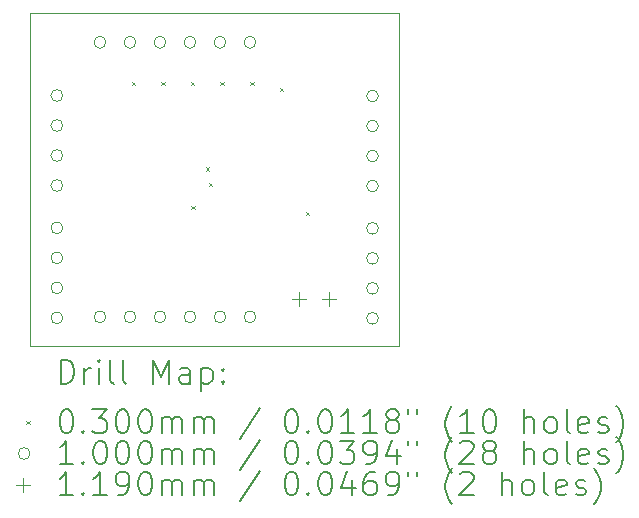
<source format=gbr>
%TF.GenerationSoftware,KiCad,Pcbnew,8.0.3-8.0.3-0~ubuntu22.04.1*%
%TF.CreationDate,2024-06-23T17:20:52+09:00*%
%TF.ProjectId,PCA9685_ver1,50434139-3638-4355-9f76-6572312e6b69,rev?*%
%TF.SameCoordinates,Original*%
%TF.FileFunction,Drillmap*%
%TF.FilePolarity,Positive*%
%FSLAX45Y45*%
G04 Gerber Fmt 4.5, Leading zero omitted, Abs format (unit mm)*
G04 Created by KiCad (PCBNEW 8.0.3-8.0.3-0~ubuntu22.04.1) date 2024-06-23 17:20:52*
%MOMM*%
%LPD*%
G01*
G04 APERTURE LIST*
%ADD10C,0.050000*%
%ADD11C,0.200000*%
%ADD12C,0.100000*%
%ADD13C,0.119000*%
G04 APERTURE END LIST*
D10*
X7580000Y-7958750D02*
X10705000Y-7958750D01*
X10705000Y-10783750D01*
X7580000Y-10783750D01*
X7580000Y-7958750D01*
D11*
D12*
X8440000Y-8543750D02*
X8470000Y-8573750D01*
X8470000Y-8543750D02*
X8440000Y-8573750D01*
X8690000Y-8543750D02*
X8720000Y-8573750D01*
X8720000Y-8543750D02*
X8690000Y-8573750D01*
X8940000Y-8543750D02*
X8970000Y-8573750D01*
X8970000Y-8543750D02*
X8940000Y-8573750D01*
X8941000Y-9593750D02*
X8971000Y-9623750D01*
X8971000Y-9593750D02*
X8941000Y-9623750D01*
X9065000Y-9268750D02*
X9095000Y-9298750D01*
X9095000Y-9268750D02*
X9065000Y-9298750D01*
X9090000Y-9396250D02*
X9120000Y-9426250D01*
X9120000Y-9396250D02*
X9090000Y-9426250D01*
X9190000Y-8543750D02*
X9220000Y-8573750D01*
X9220000Y-8543750D02*
X9190000Y-8573750D01*
X9440000Y-8543750D02*
X9470000Y-8573750D01*
X9470000Y-8543750D02*
X9440000Y-8573750D01*
X9690000Y-8593750D02*
X9720000Y-8623750D01*
X9720000Y-8593750D02*
X9690000Y-8623750D01*
X9912500Y-9643750D02*
X9942500Y-9673750D01*
X9942500Y-9643750D02*
X9912500Y-9673750D01*
X7855000Y-8659750D02*
G75*
G02*
X7755000Y-8659750I-50000J0D01*
G01*
X7755000Y-8659750D02*
G75*
G02*
X7855000Y-8659750I50000J0D01*
G01*
X7855000Y-8913750D02*
G75*
G02*
X7755000Y-8913750I-50000J0D01*
G01*
X7755000Y-8913750D02*
G75*
G02*
X7855000Y-8913750I50000J0D01*
G01*
X7855000Y-9167750D02*
G75*
G02*
X7755000Y-9167750I-50000J0D01*
G01*
X7755000Y-9167750D02*
G75*
G02*
X7855000Y-9167750I50000J0D01*
G01*
X7855000Y-9421750D02*
G75*
G02*
X7755000Y-9421750I-50000J0D01*
G01*
X7755000Y-9421750D02*
G75*
G02*
X7855000Y-9421750I50000J0D01*
G01*
X7855000Y-9779750D02*
G75*
G02*
X7755000Y-9779750I-50000J0D01*
G01*
X7755000Y-9779750D02*
G75*
G02*
X7855000Y-9779750I50000J0D01*
G01*
X7855000Y-10033750D02*
G75*
G02*
X7755000Y-10033750I-50000J0D01*
G01*
X7755000Y-10033750D02*
G75*
G02*
X7855000Y-10033750I50000J0D01*
G01*
X7855000Y-10287750D02*
G75*
G02*
X7755000Y-10287750I-50000J0D01*
G01*
X7755000Y-10287750D02*
G75*
G02*
X7855000Y-10287750I50000J0D01*
G01*
X7855000Y-10541750D02*
G75*
G02*
X7755000Y-10541750I-50000J0D01*
G01*
X7755000Y-10541750D02*
G75*
G02*
X7855000Y-10541750I50000J0D01*
G01*
X8220000Y-8208750D02*
G75*
G02*
X8120000Y-8208750I-50000J0D01*
G01*
X8120000Y-8208750D02*
G75*
G02*
X8220000Y-8208750I50000J0D01*
G01*
X8220000Y-10533750D02*
G75*
G02*
X8120000Y-10533750I-50000J0D01*
G01*
X8120000Y-10533750D02*
G75*
G02*
X8220000Y-10533750I50000J0D01*
G01*
X8474000Y-8208750D02*
G75*
G02*
X8374000Y-8208750I-50000J0D01*
G01*
X8374000Y-8208750D02*
G75*
G02*
X8474000Y-8208750I50000J0D01*
G01*
X8474000Y-10533750D02*
G75*
G02*
X8374000Y-10533750I-50000J0D01*
G01*
X8374000Y-10533750D02*
G75*
G02*
X8474000Y-10533750I50000J0D01*
G01*
X8728000Y-8208750D02*
G75*
G02*
X8628000Y-8208750I-50000J0D01*
G01*
X8628000Y-8208750D02*
G75*
G02*
X8728000Y-8208750I50000J0D01*
G01*
X8728000Y-10533750D02*
G75*
G02*
X8628000Y-10533750I-50000J0D01*
G01*
X8628000Y-10533750D02*
G75*
G02*
X8728000Y-10533750I50000J0D01*
G01*
X8982000Y-8208750D02*
G75*
G02*
X8882000Y-8208750I-50000J0D01*
G01*
X8882000Y-8208750D02*
G75*
G02*
X8982000Y-8208750I50000J0D01*
G01*
X8982000Y-10533750D02*
G75*
G02*
X8882000Y-10533750I-50000J0D01*
G01*
X8882000Y-10533750D02*
G75*
G02*
X8982000Y-10533750I50000J0D01*
G01*
X9236000Y-8208750D02*
G75*
G02*
X9136000Y-8208750I-50000J0D01*
G01*
X9136000Y-8208750D02*
G75*
G02*
X9236000Y-8208750I50000J0D01*
G01*
X9236000Y-10533750D02*
G75*
G02*
X9136000Y-10533750I-50000J0D01*
G01*
X9136000Y-10533750D02*
G75*
G02*
X9236000Y-10533750I50000J0D01*
G01*
X9490000Y-8208750D02*
G75*
G02*
X9390000Y-8208750I-50000J0D01*
G01*
X9390000Y-8208750D02*
G75*
G02*
X9490000Y-8208750I50000J0D01*
G01*
X9490000Y-10533750D02*
G75*
G02*
X9390000Y-10533750I-50000J0D01*
G01*
X9390000Y-10533750D02*
G75*
G02*
X9490000Y-10533750I50000J0D01*
G01*
X10527500Y-8663750D02*
G75*
G02*
X10427500Y-8663750I-50000J0D01*
G01*
X10427500Y-8663750D02*
G75*
G02*
X10527500Y-8663750I50000J0D01*
G01*
X10527500Y-8917750D02*
G75*
G02*
X10427500Y-8917750I-50000J0D01*
G01*
X10427500Y-8917750D02*
G75*
G02*
X10527500Y-8917750I50000J0D01*
G01*
X10527500Y-9171750D02*
G75*
G02*
X10427500Y-9171750I-50000J0D01*
G01*
X10427500Y-9171750D02*
G75*
G02*
X10527500Y-9171750I50000J0D01*
G01*
X10527500Y-9425750D02*
G75*
G02*
X10427500Y-9425750I-50000J0D01*
G01*
X10427500Y-9425750D02*
G75*
G02*
X10527500Y-9425750I50000J0D01*
G01*
X10527500Y-9783750D02*
G75*
G02*
X10427500Y-9783750I-50000J0D01*
G01*
X10427500Y-9783750D02*
G75*
G02*
X10527500Y-9783750I50000J0D01*
G01*
X10527500Y-10037750D02*
G75*
G02*
X10427500Y-10037750I-50000J0D01*
G01*
X10427500Y-10037750D02*
G75*
G02*
X10527500Y-10037750I50000J0D01*
G01*
X10527500Y-10291750D02*
G75*
G02*
X10427500Y-10291750I-50000J0D01*
G01*
X10427500Y-10291750D02*
G75*
G02*
X10527500Y-10291750I50000J0D01*
G01*
X10527500Y-10545750D02*
G75*
G02*
X10427500Y-10545750I-50000J0D01*
G01*
X10427500Y-10545750D02*
G75*
G02*
X10527500Y-10545750I50000J0D01*
G01*
D13*
X9855000Y-10324250D02*
X9855000Y-10443250D01*
X9795500Y-10383750D02*
X9914500Y-10383750D01*
X10109000Y-10324250D02*
X10109000Y-10443250D01*
X10049500Y-10383750D02*
X10168500Y-10383750D01*
D11*
X7838277Y-11097734D02*
X7838277Y-10897734D01*
X7838277Y-10897734D02*
X7885896Y-10897734D01*
X7885896Y-10897734D02*
X7914467Y-10907258D01*
X7914467Y-10907258D02*
X7933515Y-10926305D01*
X7933515Y-10926305D02*
X7943039Y-10945353D01*
X7943039Y-10945353D02*
X7952562Y-10983448D01*
X7952562Y-10983448D02*
X7952562Y-11012020D01*
X7952562Y-11012020D02*
X7943039Y-11050115D01*
X7943039Y-11050115D02*
X7933515Y-11069162D01*
X7933515Y-11069162D02*
X7914467Y-11088210D01*
X7914467Y-11088210D02*
X7885896Y-11097734D01*
X7885896Y-11097734D02*
X7838277Y-11097734D01*
X8038277Y-11097734D02*
X8038277Y-10964400D01*
X8038277Y-11002496D02*
X8047801Y-10983448D01*
X8047801Y-10983448D02*
X8057324Y-10973924D01*
X8057324Y-10973924D02*
X8076372Y-10964400D01*
X8076372Y-10964400D02*
X8095420Y-10964400D01*
X8162086Y-11097734D02*
X8162086Y-10964400D01*
X8162086Y-10897734D02*
X8152562Y-10907258D01*
X8152562Y-10907258D02*
X8162086Y-10916781D01*
X8162086Y-10916781D02*
X8171610Y-10907258D01*
X8171610Y-10907258D02*
X8162086Y-10897734D01*
X8162086Y-10897734D02*
X8162086Y-10916781D01*
X8285896Y-11097734D02*
X8266848Y-11088210D01*
X8266848Y-11088210D02*
X8257324Y-11069162D01*
X8257324Y-11069162D02*
X8257324Y-10897734D01*
X8390658Y-11097734D02*
X8371610Y-11088210D01*
X8371610Y-11088210D02*
X8362086Y-11069162D01*
X8362086Y-11069162D02*
X8362086Y-10897734D01*
X8619229Y-11097734D02*
X8619229Y-10897734D01*
X8619229Y-10897734D02*
X8685896Y-11040591D01*
X8685896Y-11040591D02*
X8752563Y-10897734D01*
X8752563Y-10897734D02*
X8752563Y-11097734D01*
X8933515Y-11097734D02*
X8933515Y-10992972D01*
X8933515Y-10992972D02*
X8923991Y-10973924D01*
X8923991Y-10973924D02*
X8904944Y-10964400D01*
X8904944Y-10964400D02*
X8866848Y-10964400D01*
X8866848Y-10964400D02*
X8847801Y-10973924D01*
X8933515Y-11088210D02*
X8914467Y-11097734D01*
X8914467Y-11097734D02*
X8866848Y-11097734D01*
X8866848Y-11097734D02*
X8847801Y-11088210D01*
X8847801Y-11088210D02*
X8838277Y-11069162D01*
X8838277Y-11069162D02*
X8838277Y-11050115D01*
X8838277Y-11050115D02*
X8847801Y-11031067D01*
X8847801Y-11031067D02*
X8866848Y-11021543D01*
X8866848Y-11021543D02*
X8914467Y-11021543D01*
X8914467Y-11021543D02*
X8933515Y-11012020D01*
X9028753Y-10964400D02*
X9028753Y-11164400D01*
X9028753Y-10973924D02*
X9047801Y-10964400D01*
X9047801Y-10964400D02*
X9085896Y-10964400D01*
X9085896Y-10964400D02*
X9104944Y-10973924D01*
X9104944Y-10973924D02*
X9114467Y-10983448D01*
X9114467Y-10983448D02*
X9123991Y-11002496D01*
X9123991Y-11002496D02*
X9123991Y-11059639D01*
X9123991Y-11059639D02*
X9114467Y-11078686D01*
X9114467Y-11078686D02*
X9104944Y-11088210D01*
X9104944Y-11088210D02*
X9085896Y-11097734D01*
X9085896Y-11097734D02*
X9047801Y-11097734D01*
X9047801Y-11097734D02*
X9028753Y-11088210D01*
X9209705Y-11078686D02*
X9219229Y-11088210D01*
X9219229Y-11088210D02*
X9209705Y-11097734D01*
X9209705Y-11097734D02*
X9200182Y-11088210D01*
X9200182Y-11088210D02*
X9209705Y-11078686D01*
X9209705Y-11078686D02*
X9209705Y-11097734D01*
X9209705Y-10973924D02*
X9219229Y-10983448D01*
X9219229Y-10983448D02*
X9209705Y-10992972D01*
X9209705Y-10992972D02*
X9200182Y-10983448D01*
X9200182Y-10983448D02*
X9209705Y-10973924D01*
X9209705Y-10973924D02*
X9209705Y-10992972D01*
D12*
X7547500Y-11411250D02*
X7577500Y-11441250D01*
X7577500Y-11411250D02*
X7547500Y-11441250D01*
D11*
X7876372Y-11317734D02*
X7895420Y-11317734D01*
X7895420Y-11317734D02*
X7914467Y-11327258D01*
X7914467Y-11327258D02*
X7923991Y-11336781D01*
X7923991Y-11336781D02*
X7933515Y-11355829D01*
X7933515Y-11355829D02*
X7943039Y-11393924D01*
X7943039Y-11393924D02*
X7943039Y-11441543D01*
X7943039Y-11441543D02*
X7933515Y-11479638D01*
X7933515Y-11479638D02*
X7923991Y-11498686D01*
X7923991Y-11498686D02*
X7914467Y-11508210D01*
X7914467Y-11508210D02*
X7895420Y-11517734D01*
X7895420Y-11517734D02*
X7876372Y-11517734D01*
X7876372Y-11517734D02*
X7857324Y-11508210D01*
X7857324Y-11508210D02*
X7847801Y-11498686D01*
X7847801Y-11498686D02*
X7838277Y-11479638D01*
X7838277Y-11479638D02*
X7828753Y-11441543D01*
X7828753Y-11441543D02*
X7828753Y-11393924D01*
X7828753Y-11393924D02*
X7838277Y-11355829D01*
X7838277Y-11355829D02*
X7847801Y-11336781D01*
X7847801Y-11336781D02*
X7857324Y-11327258D01*
X7857324Y-11327258D02*
X7876372Y-11317734D01*
X8028753Y-11498686D02*
X8038277Y-11508210D01*
X8038277Y-11508210D02*
X8028753Y-11517734D01*
X8028753Y-11517734D02*
X8019229Y-11508210D01*
X8019229Y-11508210D02*
X8028753Y-11498686D01*
X8028753Y-11498686D02*
X8028753Y-11517734D01*
X8104943Y-11317734D02*
X8228753Y-11317734D01*
X8228753Y-11317734D02*
X8162086Y-11393924D01*
X8162086Y-11393924D02*
X8190658Y-11393924D01*
X8190658Y-11393924D02*
X8209705Y-11403448D01*
X8209705Y-11403448D02*
X8219229Y-11412972D01*
X8219229Y-11412972D02*
X8228753Y-11432019D01*
X8228753Y-11432019D02*
X8228753Y-11479638D01*
X8228753Y-11479638D02*
X8219229Y-11498686D01*
X8219229Y-11498686D02*
X8209705Y-11508210D01*
X8209705Y-11508210D02*
X8190658Y-11517734D01*
X8190658Y-11517734D02*
X8133515Y-11517734D01*
X8133515Y-11517734D02*
X8114467Y-11508210D01*
X8114467Y-11508210D02*
X8104943Y-11498686D01*
X8352562Y-11317734D02*
X8371610Y-11317734D01*
X8371610Y-11317734D02*
X8390658Y-11327258D01*
X8390658Y-11327258D02*
X8400182Y-11336781D01*
X8400182Y-11336781D02*
X8409705Y-11355829D01*
X8409705Y-11355829D02*
X8419229Y-11393924D01*
X8419229Y-11393924D02*
X8419229Y-11441543D01*
X8419229Y-11441543D02*
X8409705Y-11479638D01*
X8409705Y-11479638D02*
X8400182Y-11498686D01*
X8400182Y-11498686D02*
X8390658Y-11508210D01*
X8390658Y-11508210D02*
X8371610Y-11517734D01*
X8371610Y-11517734D02*
X8352562Y-11517734D01*
X8352562Y-11517734D02*
X8333515Y-11508210D01*
X8333515Y-11508210D02*
X8323991Y-11498686D01*
X8323991Y-11498686D02*
X8314467Y-11479638D01*
X8314467Y-11479638D02*
X8304943Y-11441543D01*
X8304943Y-11441543D02*
X8304943Y-11393924D01*
X8304943Y-11393924D02*
X8314467Y-11355829D01*
X8314467Y-11355829D02*
X8323991Y-11336781D01*
X8323991Y-11336781D02*
X8333515Y-11327258D01*
X8333515Y-11327258D02*
X8352562Y-11317734D01*
X8543039Y-11317734D02*
X8562086Y-11317734D01*
X8562086Y-11317734D02*
X8581134Y-11327258D01*
X8581134Y-11327258D02*
X8590658Y-11336781D01*
X8590658Y-11336781D02*
X8600182Y-11355829D01*
X8600182Y-11355829D02*
X8609705Y-11393924D01*
X8609705Y-11393924D02*
X8609705Y-11441543D01*
X8609705Y-11441543D02*
X8600182Y-11479638D01*
X8600182Y-11479638D02*
X8590658Y-11498686D01*
X8590658Y-11498686D02*
X8581134Y-11508210D01*
X8581134Y-11508210D02*
X8562086Y-11517734D01*
X8562086Y-11517734D02*
X8543039Y-11517734D01*
X8543039Y-11517734D02*
X8523991Y-11508210D01*
X8523991Y-11508210D02*
X8514467Y-11498686D01*
X8514467Y-11498686D02*
X8504944Y-11479638D01*
X8504944Y-11479638D02*
X8495420Y-11441543D01*
X8495420Y-11441543D02*
X8495420Y-11393924D01*
X8495420Y-11393924D02*
X8504944Y-11355829D01*
X8504944Y-11355829D02*
X8514467Y-11336781D01*
X8514467Y-11336781D02*
X8523991Y-11327258D01*
X8523991Y-11327258D02*
X8543039Y-11317734D01*
X8695420Y-11517734D02*
X8695420Y-11384400D01*
X8695420Y-11403448D02*
X8704944Y-11393924D01*
X8704944Y-11393924D02*
X8723991Y-11384400D01*
X8723991Y-11384400D02*
X8752563Y-11384400D01*
X8752563Y-11384400D02*
X8771610Y-11393924D01*
X8771610Y-11393924D02*
X8781134Y-11412972D01*
X8781134Y-11412972D02*
X8781134Y-11517734D01*
X8781134Y-11412972D02*
X8790658Y-11393924D01*
X8790658Y-11393924D02*
X8809705Y-11384400D01*
X8809705Y-11384400D02*
X8838277Y-11384400D01*
X8838277Y-11384400D02*
X8857325Y-11393924D01*
X8857325Y-11393924D02*
X8866848Y-11412972D01*
X8866848Y-11412972D02*
X8866848Y-11517734D01*
X8962086Y-11517734D02*
X8962086Y-11384400D01*
X8962086Y-11403448D02*
X8971610Y-11393924D01*
X8971610Y-11393924D02*
X8990658Y-11384400D01*
X8990658Y-11384400D02*
X9019229Y-11384400D01*
X9019229Y-11384400D02*
X9038277Y-11393924D01*
X9038277Y-11393924D02*
X9047801Y-11412972D01*
X9047801Y-11412972D02*
X9047801Y-11517734D01*
X9047801Y-11412972D02*
X9057325Y-11393924D01*
X9057325Y-11393924D02*
X9076372Y-11384400D01*
X9076372Y-11384400D02*
X9104944Y-11384400D01*
X9104944Y-11384400D02*
X9123991Y-11393924D01*
X9123991Y-11393924D02*
X9133515Y-11412972D01*
X9133515Y-11412972D02*
X9133515Y-11517734D01*
X9523991Y-11308210D02*
X9352563Y-11565353D01*
X9781134Y-11317734D02*
X9800182Y-11317734D01*
X9800182Y-11317734D02*
X9819229Y-11327258D01*
X9819229Y-11327258D02*
X9828753Y-11336781D01*
X9828753Y-11336781D02*
X9838277Y-11355829D01*
X9838277Y-11355829D02*
X9847801Y-11393924D01*
X9847801Y-11393924D02*
X9847801Y-11441543D01*
X9847801Y-11441543D02*
X9838277Y-11479638D01*
X9838277Y-11479638D02*
X9828753Y-11498686D01*
X9828753Y-11498686D02*
X9819229Y-11508210D01*
X9819229Y-11508210D02*
X9800182Y-11517734D01*
X9800182Y-11517734D02*
X9781134Y-11517734D01*
X9781134Y-11517734D02*
X9762087Y-11508210D01*
X9762087Y-11508210D02*
X9752563Y-11498686D01*
X9752563Y-11498686D02*
X9743039Y-11479638D01*
X9743039Y-11479638D02*
X9733515Y-11441543D01*
X9733515Y-11441543D02*
X9733515Y-11393924D01*
X9733515Y-11393924D02*
X9743039Y-11355829D01*
X9743039Y-11355829D02*
X9752563Y-11336781D01*
X9752563Y-11336781D02*
X9762087Y-11327258D01*
X9762087Y-11327258D02*
X9781134Y-11317734D01*
X9933515Y-11498686D02*
X9943039Y-11508210D01*
X9943039Y-11508210D02*
X9933515Y-11517734D01*
X9933515Y-11517734D02*
X9923991Y-11508210D01*
X9923991Y-11508210D02*
X9933515Y-11498686D01*
X9933515Y-11498686D02*
X9933515Y-11517734D01*
X10066848Y-11317734D02*
X10085896Y-11317734D01*
X10085896Y-11317734D02*
X10104944Y-11327258D01*
X10104944Y-11327258D02*
X10114468Y-11336781D01*
X10114468Y-11336781D02*
X10123991Y-11355829D01*
X10123991Y-11355829D02*
X10133515Y-11393924D01*
X10133515Y-11393924D02*
X10133515Y-11441543D01*
X10133515Y-11441543D02*
X10123991Y-11479638D01*
X10123991Y-11479638D02*
X10114468Y-11498686D01*
X10114468Y-11498686D02*
X10104944Y-11508210D01*
X10104944Y-11508210D02*
X10085896Y-11517734D01*
X10085896Y-11517734D02*
X10066848Y-11517734D01*
X10066848Y-11517734D02*
X10047801Y-11508210D01*
X10047801Y-11508210D02*
X10038277Y-11498686D01*
X10038277Y-11498686D02*
X10028753Y-11479638D01*
X10028753Y-11479638D02*
X10019229Y-11441543D01*
X10019229Y-11441543D02*
X10019229Y-11393924D01*
X10019229Y-11393924D02*
X10028753Y-11355829D01*
X10028753Y-11355829D02*
X10038277Y-11336781D01*
X10038277Y-11336781D02*
X10047801Y-11327258D01*
X10047801Y-11327258D02*
X10066848Y-11317734D01*
X10323991Y-11517734D02*
X10209706Y-11517734D01*
X10266848Y-11517734D02*
X10266848Y-11317734D01*
X10266848Y-11317734D02*
X10247801Y-11346305D01*
X10247801Y-11346305D02*
X10228753Y-11365353D01*
X10228753Y-11365353D02*
X10209706Y-11374877D01*
X10514468Y-11517734D02*
X10400182Y-11517734D01*
X10457325Y-11517734D02*
X10457325Y-11317734D01*
X10457325Y-11317734D02*
X10438277Y-11346305D01*
X10438277Y-11346305D02*
X10419229Y-11365353D01*
X10419229Y-11365353D02*
X10400182Y-11374877D01*
X10628753Y-11403448D02*
X10609706Y-11393924D01*
X10609706Y-11393924D02*
X10600182Y-11384400D01*
X10600182Y-11384400D02*
X10590658Y-11365353D01*
X10590658Y-11365353D02*
X10590658Y-11355829D01*
X10590658Y-11355829D02*
X10600182Y-11336781D01*
X10600182Y-11336781D02*
X10609706Y-11327258D01*
X10609706Y-11327258D02*
X10628753Y-11317734D01*
X10628753Y-11317734D02*
X10666849Y-11317734D01*
X10666849Y-11317734D02*
X10685896Y-11327258D01*
X10685896Y-11327258D02*
X10695420Y-11336781D01*
X10695420Y-11336781D02*
X10704944Y-11355829D01*
X10704944Y-11355829D02*
X10704944Y-11365353D01*
X10704944Y-11365353D02*
X10695420Y-11384400D01*
X10695420Y-11384400D02*
X10685896Y-11393924D01*
X10685896Y-11393924D02*
X10666849Y-11403448D01*
X10666849Y-11403448D02*
X10628753Y-11403448D01*
X10628753Y-11403448D02*
X10609706Y-11412972D01*
X10609706Y-11412972D02*
X10600182Y-11422496D01*
X10600182Y-11422496D02*
X10590658Y-11441543D01*
X10590658Y-11441543D02*
X10590658Y-11479638D01*
X10590658Y-11479638D02*
X10600182Y-11498686D01*
X10600182Y-11498686D02*
X10609706Y-11508210D01*
X10609706Y-11508210D02*
X10628753Y-11517734D01*
X10628753Y-11517734D02*
X10666849Y-11517734D01*
X10666849Y-11517734D02*
X10685896Y-11508210D01*
X10685896Y-11508210D02*
X10695420Y-11498686D01*
X10695420Y-11498686D02*
X10704944Y-11479638D01*
X10704944Y-11479638D02*
X10704944Y-11441543D01*
X10704944Y-11441543D02*
X10695420Y-11422496D01*
X10695420Y-11422496D02*
X10685896Y-11412972D01*
X10685896Y-11412972D02*
X10666849Y-11403448D01*
X10781134Y-11317734D02*
X10781134Y-11355829D01*
X10857325Y-11317734D02*
X10857325Y-11355829D01*
X11152563Y-11593924D02*
X11143039Y-11584400D01*
X11143039Y-11584400D02*
X11123991Y-11555829D01*
X11123991Y-11555829D02*
X11114468Y-11536781D01*
X11114468Y-11536781D02*
X11104944Y-11508210D01*
X11104944Y-11508210D02*
X11095420Y-11460591D01*
X11095420Y-11460591D02*
X11095420Y-11422496D01*
X11095420Y-11422496D02*
X11104944Y-11374877D01*
X11104944Y-11374877D02*
X11114468Y-11346305D01*
X11114468Y-11346305D02*
X11123991Y-11327258D01*
X11123991Y-11327258D02*
X11143039Y-11298686D01*
X11143039Y-11298686D02*
X11152563Y-11289162D01*
X11333515Y-11517734D02*
X11219229Y-11517734D01*
X11276372Y-11517734D02*
X11276372Y-11317734D01*
X11276372Y-11317734D02*
X11257325Y-11346305D01*
X11257325Y-11346305D02*
X11238277Y-11365353D01*
X11238277Y-11365353D02*
X11219229Y-11374877D01*
X11457325Y-11317734D02*
X11476372Y-11317734D01*
X11476372Y-11317734D02*
X11495420Y-11327258D01*
X11495420Y-11327258D02*
X11504944Y-11336781D01*
X11504944Y-11336781D02*
X11514468Y-11355829D01*
X11514468Y-11355829D02*
X11523991Y-11393924D01*
X11523991Y-11393924D02*
X11523991Y-11441543D01*
X11523991Y-11441543D02*
X11514468Y-11479638D01*
X11514468Y-11479638D02*
X11504944Y-11498686D01*
X11504944Y-11498686D02*
X11495420Y-11508210D01*
X11495420Y-11508210D02*
X11476372Y-11517734D01*
X11476372Y-11517734D02*
X11457325Y-11517734D01*
X11457325Y-11517734D02*
X11438277Y-11508210D01*
X11438277Y-11508210D02*
X11428753Y-11498686D01*
X11428753Y-11498686D02*
X11419229Y-11479638D01*
X11419229Y-11479638D02*
X11409706Y-11441543D01*
X11409706Y-11441543D02*
X11409706Y-11393924D01*
X11409706Y-11393924D02*
X11419229Y-11355829D01*
X11419229Y-11355829D02*
X11428753Y-11336781D01*
X11428753Y-11336781D02*
X11438277Y-11327258D01*
X11438277Y-11327258D02*
X11457325Y-11317734D01*
X11762087Y-11517734D02*
X11762087Y-11317734D01*
X11847801Y-11517734D02*
X11847801Y-11412972D01*
X11847801Y-11412972D02*
X11838277Y-11393924D01*
X11838277Y-11393924D02*
X11819230Y-11384400D01*
X11819230Y-11384400D02*
X11790658Y-11384400D01*
X11790658Y-11384400D02*
X11771610Y-11393924D01*
X11771610Y-11393924D02*
X11762087Y-11403448D01*
X11971610Y-11517734D02*
X11952563Y-11508210D01*
X11952563Y-11508210D02*
X11943039Y-11498686D01*
X11943039Y-11498686D02*
X11933515Y-11479638D01*
X11933515Y-11479638D02*
X11933515Y-11422496D01*
X11933515Y-11422496D02*
X11943039Y-11403448D01*
X11943039Y-11403448D02*
X11952563Y-11393924D01*
X11952563Y-11393924D02*
X11971610Y-11384400D01*
X11971610Y-11384400D02*
X12000182Y-11384400D01*
X12000182Y-11384400D02*
X12019230Y-11393924D01*
X12019230Y-11393924D02*
X12028753Y-11403448D01*
X12028753Y-11403448D02*
X12038277Y-11422496D01*
X12038277Y-11422496D02*
X12038277Y-11479638D01*
X12038277Y-11479638D02*
X12028753Y-11498686D01*
X12028753Y-11498686D02*
X12019230Y-11508210D01*
X12019230Y-11508210D02*
X12000182Y-11517734D01*
X12000182Y-11517734D02*
X11971610Y-11517734D01*
X12152563Y-11517734D02*
X12133515Y-11508210D01*
X12133515Y-11508210D02*
X12123991Y-11489162D01*
X12123991Y-11489162D02*
X12123991Y-11317734D01*
X12304944Y-11508210D02*
X12285896Y-11517734D01*
X12285896Y-11517734D02*
X12247801Y-11517734D01*
X12247801Y-11517734D02*
X12228753Y-11508210D01*
X12228753Y-11508210D02*
X12219230Y-11489162D01*
X12219230Y-11489162D02*
X12219230Y-11412972D01*
X12219230Y-11412972D02*
X12228753Y-11393924D01*
X12228753Y-11393924D02*
X12247801Y-11384400D01*
X12247801Y-11384400D02*
X12285896Y-11384400D01*
X12285896Y-11384400D02*
X12304944Y-11393924D01*
X12304944Y-11393924D02*
X12314468Y-11412972D01*
X12314468Y-11412972D02*
X12314468Y-11432019D01*
X12314468Y-11432019D02*
X12219230Y-11451067D01*
X12390658Y-11508210D02*
X12409706Y-11517734D01*
X12409706Y-11517734D02*
X12447801Y-11517734D01*
X12447801Y-11517734D02*
X12466849Y-11508210D01*
X12466849Y-11508210D02*
X12476372Y-11489162D01*
X12476372Y-11489162D02*
X12476372Y-11479638D01*
X12476372Y-11479638D02*
X12466849Y-11460591D01*
X12466849Y-11460591D02*
X12447801Y-11451067D01*
X12447801Y-11451067D02*
X12419230Y-11451067D01*
X12419230Y-11451067D02*
X12400182Y-11441543D01*
X12400182Y-11441543D02*
X12390658Y-11422496D01*
X12390658Y-11422496D02*
X12390658Y-11412972D01*
X12390658Y-11412972D02*
X12400182Y-11393924D01*
X12400182Y-11393924D02*
X12419230Y-11384400D01*
X12419230Y-11384400D02*
X12447801Y-11384400D01*
X12447801Y-11384400D02*
X12466849Y-11393924D01*
X12543039Y-11593924D02*
X12552563Y-11584400D01*
X12552563Y-11584400D02*
X12571611Y-11555829D01*
X12571611Y-11555829D02*
X12581134Y-11536781D01*
X12581134Y-11536781D02*
X12590658Y-11508210D01*
X12590658Y-11508210D02*
X12600182Y-11460591D01*
X12600182Y-11460591D02*
X12600182Y-11422496D01*
X12600182Y-11422496D02*
X12590658Y-11374877D01*
X12590658Y-11374877D02*
X12581134Y-11346305D01*
X12581134Y-11346305D02*
X12571611Y-11327258D01*
X12571611Y-11327258D02*
X12552563Y-11298686D01*
X12552563Y-11298686D02*
X12543039Y-11289162D01*
D12*
X7577500Y-11690250D02*
G75*
G02*
X7477500Y-11690250I-50000J0D01*
G01*
X7477500Y-11690250D02*
G75*
G02*
X7577500Y-11690250I50000J0D01*
G01*
D11*
X7943039Y-11781734D02*
X7828753Y-11781734D01*
X7885896Y-11781734D02*
X7885896Y-11581734D01*
X7885896Y-11581734D02*
X7866848Y-11610305D01*
X7866848Y-11610305D02*
X7847801Y-11629353D01*
X7847801Y-11629353D02*
X7828753Y-11638877D01*
X8028753Y-11762686D02*
X8038277Y-11772210D01*
X8038277Y-11772210D02*
X8028753Y-11781734D01*
X8028753Y-11781734D02*
X8019229Y-11772210D01*
X8019229Y-11772210D02*
X8028753Y-11762686D01*
X8028753Y-11762686D02*
X8028753Y-11781734D01*
X8162086Y-11581734D02*
X8181134Y-11581734D01*
X8181134Y-11581734D02*
X8200182Y-11591258D01*
X8200182Y-11591258D02*
X8209705Y-11600781D01*
X8209705Y-11600781D02*
X8219229Y-11619829D01*
X8219229Y-11619829D02*
X8228753Y-11657924D01*
X8228753Y-11657924D02*
X8228753Y-11705543D01*
X8228753Y-11705543D02*
X8219229Y-11743638D01*
X8219229Y-11743638D02*
X8209705Y-11762686D01*
X8209705Y-11762686D02*
X8200182Y-11772210D01*
X8200182Y-11772210D02*
X8181134Y-11781734D01*
X8181134Y-11781734D02*
X8162086Y-11781734D01*
X8162086Y-11781734D02*
X8143039Y-11772210D01*
X8143039Y-11772210D02*
X8133515Y-11762686D01*
X8133515Y-11762686D02*
X8123991Y-11743638D01*
X8123991Y-11743638D02*
X8114467Y-11705543D01*
X8114467Y-11705543D02*
X8114467Y-11657924D01*
X8114467Y-11657924D02*
X8123991Y-11619829D01*
X8123991Y-11619829D02*
X8133515Y-11600781D01*
X8133515Y-11600781D02*
X8143039Y-11591258D01*
X8143039Y-11591258D02*
X8162086Y-11581734D01*
X8352562Y-11581734D02*
X8371610Y-11581734D01*
X8371610Y-11581734D02*
X8390658Y-11591258D01*
X8390658Y-11591258D02*
X8400182Y-11600781D01*
X8400182Y-11600781D02*
X8409705Y-11619829D01*
X8409705Y-11619829D02*
X8419229Y-11657924D01*
X8419229Y-11657924D02*
X8419229Y-11705543D01*
X8419229Y-11705543D02*
X8409705Y-11743638D01*
X8409705Y-11743638D02*
X8400182Y-11762686D01*
X8400182Y-11762686D02*
X8390658Y-11772210D01*
X8390658Y-11772210D02*
X8371610Y-11781734D01*
X8371610Y-11781734D02*
X8352562Y-11781734D01*
X8352562Y-11781734D02*
X8333515Y-11772210D01*
X8333515Y-11772210D02*
X8323991Y-11762686D01*
X8323991Y-11762686D02*
X8314467Y-11743638D01*
X8314467Y-11743638D02*
X8304943Y-11705543D01*
X8304943Y-11705543D02*
X8304943Y-11657924D01*
X8304943Y-11657924D02*
X8314467Y-11619829D01*
X8314467Y-11619829D02*
X8323991Y-11600781D01*
X8323991Y-11600781D02*
X8333515Y-11591258D01*
X8333515Y-11591258D02*
X8352562Y-11581734D01*
X8543039Y-11581734D02*
X8562086Y-11581734D01*
X8562086Y-11581734D02*
X8581134Y-11591258D01*
X8581134Y-11591258D02*
X8590658Y-11600781D01*
X8590658Y-11600781D02*
X8600182Y-11619829D01*
X8600182Y-11619829D02*
X8609705Y-11657924D01*
X8609705Y-11657924D02*
X8609705Y-11705543D01*
X8609705Y-11705543D02*
X8600182Y-11743638D01*
X8600182Y-11743638D02*
X8590658Y-11762686D01*
X8590658Y-11762686D02*
X8581134Y-11772210D01*
X8581134Y-11772210D02*
X8562086Y-11781734D01*
X8562086Y-11781734D02*
X8543039Y-11781734D01*
X8543039Y-11781734D02*
X8523991Y-11772210D01*
X8523991Y-11772210D02*
X8514467Y-11762686D01*
X8514467Y-11762686D02*
X8504944Y-11743638D01*
X8504944Y-11743638D02*
X8495420Y-11705543D01*
X8495420Y-11705543D02*
X8495420Y-11657924D01*
X8495420Y-11657924D02*
X8504944Y-11619829D01*
X8504944Y-11619829D02*
X8514467Y-11600781D01*
X8514467Y-11600781D02*
X8523991Y-11591258D01*
X8523991Y-11591258D02*
X8543039Y-11581734D01*
X8695420Y-11781734D02*
X8695420Y-11648400D01*
X8695420Y-11667448D02*
X8704944Y-11657924D01*
X8704944Y-11657924D02*
X8723991Y-11648400D01*
X8723991Y-11648400D02*
X8752563Y-11648400D01*
X8752563Y-11648400D02*
X8771610Y-11657924D01*
X8771610Y-11657924D02*
X8781134Y-11676972D01*
X8781134Y-11676972D02*
X8781134Y-11781734D01*
X8781134Y-11676972D02*
X8790658Y-11657924D01*
X8790658Y-11657924D02*
X8809705Y-11648400D01*
X8809705Y-11648400D02*
X8838277Y-11648400D01*
X8838277Y-11648400D02*
X8857325Y-11657924D01*
X8857325Y-11657924D02*
X8866848Y-11676972D01*
X8866848Y-11676972D02*
X8866848Y-11781734D01*
X8962086Y-11781734D02*
X8962086Y-11648400D01*
X8962086Y-11667448D02*
X8971610Y-11657924D01*
X8971610Y-11657924D02*
X8990658Y-11648400D01*
X8990658Y-11648400D02*
X9019229Y-11648400D01*
X9019229Y-11648400D02*
X9038277Y-11657924D01*
X9038277Y-11657924D02*
X9047801Y-11676972D01*
X9047801Y-11676972D02*
X9047801Y-11781734D01*
X9047801Y-11676972D02*
X9057325Y-11657924D01*
X9057325Y-11657924D02*
X9076372Y-11648400D01*
X9076372Y-11648400D02*
X9104944Y-11648400D01*
X9104944Y-11648400D02*
X9123991Y-11657924D01*
X9123991Y-11657924D02*
X9133515Y-11676972D01*
X9133515Y-11676972D02*
X9133515Y-11781734D01*
X9523991Y-11572210D02*
X9352563Y-11829353D01*
X9781134Y-11581734D02*
X9800182Y-11581734D01*
X9800182Y-11581734D02*
X9819229Y-11591258D01*
X9819229Y-11591258D02*
X9828753Y-11600781D01*
X9828753Y-11600781D02*
X9838277Y-11619829D01*
X9838277Y-11619829D02*
X9847801Y-11657924D01*
X9847801Y-11657924D02*
X9847801Y-11705543D01*
X9847801Y-11705543D02*
X9838277Y-11743638D01*
X9838277Y-11743638D02*
X9828753Y-11762686D01*
X9828753Y-11762686D02*
X9819229Y-11772210D01*
X9819229Y-11772210D02*
X9800182Y-11781734D01*
X9800182Y-11781734D02*
X9781134Y-11781734D01*
X9781134Y-11781734D02*
X9762087Y-11772210D01*
X9762087Y-11772210D02*
X9752563Y-11762686D01*
X9752563Y-11762686D02*
X9743039Y-11743638D01*
X9743039Y-11743638D02*
X9733515Y-11705543D01*
X9733515Y-11705543D02*
X9733515Y-11657924D01*
X9733515Y-11657924D02*
X9743039Y-11619829D01*
X9743039Y-11619829D02*
X9752563Y-11600781D01*
X9752563Y-11600781D02*
X9762087Y-11591258D01*
X9762087Y-11591258D02*
X9781134Y-11581734D01*
X9933515Y-11762686D02*
X9943039Y-11772210D01*
X9943039Y-11772210D02*
X9933515Y-11781734D01*
X9933515Y-11781734D02*
X9923991Y-11772210D01*
X9923991Y-11772210D02*
X9933515Y-11762686D01*
X9933515Y-11762686D02*
X9933515Y-11781734D01*
X10066848Y-11581734D02*
X10085896Y-11581734D01*
X10085896Y-11581734D02*
X10104944Y-11591258D01*
X10104944Y-11591258D02*
X10114468Y-11600781D01*
X10114468Y-11600781D02*
X10123991Y-11619829D01*
X10123991Y-11619829D02*
X10133515Y-11657924D01*
X10133515Y-11657924D02*
X10133515Y-11705543D01*
X10133515Y-11705543D02*
X10123991Y-11743638D01*
X10123991Y-11743638D02*
X10114468Y-11762686D01*
X10114468Y-11762686D02*
X10104944Y-11772210D01*
X10104944Y-11772210D02*
X10085896Y-11781734D01*
X10085896Y-11781734D02*
X10066848Y-11781734D01*
X10066848Y-11781734D02*
X10047801Y-11772210D01*
X10047801Y-11772210D02*
X10038277Y-11762686D01*
X10038277Y-11762686D02*
X10028753Y-11743638D01*
X10028753Y-11743638D02*
X10019229Y-11705543D01*
X10019229Y-11705543D02*
X10019229Y-11657924D01*
X10019229Y-11657924D02*
X10028753Y-11619829D01*
X10028753Y-11619829D02*
X10038277Y-11600781D01*
X10038277Y-11600781D02*
X10047801Y-11591258D01*
X10047801Y-11591258D02*
X10066848Y-11581734D01*
X10200182Y-11581734D02*
X10323991Y-11581734D01*
X10323991Y-11581734D02*
X10257325Y-11657924D01*
X10257325Y-11657924D02*
X10285896Y-11657924D01*
X10285896Y-11657924D02*
X10304944Y-11667448D01*
X10304944Y-11667448D02*
X10314468Y-11676972D01*
X10314468Y-11676972D02*
X10323991Y-11696019D01*
X10323991Y-11696019D02*
X10323991Y-11743638D01*
X10323991Y-11743638D02*
X10314468Y-11762686D01*
X10314468Y-11762686D02*
X10304944Y-11772210D01*
X10304944Y-11772210D02*
X10285896Y-11781734D01*
X10285896Y-11781734D02*
X10228753Y-11781734D01*
X10228753Y-11781734D02*
X10209706Y-11772210D01*
X10209706Y-11772210D02*
X10200182Y-11762686D01*
X10419229Y-11781734D02*
X10457325Y-11781734D01*
X10457325Y-11781734D02*
X10476372Y-11772210D01*
X10476372Y-11772210D02*
X10485896Y-11762686D01*
X10485896Y-11762686D02*
X10504944Y-11734115D01*
X10504944Y-11734115D02*
X10514468Y-11696019D01*
X10514468Y-11696019D02*
X10514468Y-11619829D01*
X10514468Y-11619829D02*
X10504944Y-11600781D01*
X10504944Y-11600781D02*
X10495420Y-11591258D01*
X10495420Y-11591258D02*
X10476372Y-11581734D01*
X10476372Y-11581734D02*
X10438277Y-11581734D01*
X10438277Y-11581734D02*
X10419229Y-11591258D01*
X10419229Y-11591258D02*
X10409706Y-11600781D01*
X10409706Y-11600781D02*
X10400182Y-11619829D01*
X10400182Y-11619829D02*
X10400182Y-11667448D01*
X10400182Y-11667448D02*
X10409706Y-11686496D01*
X10409706Y-11686496D02*
X10419229Y-11696019D01*
X10419229Y-11696019D02*
X10438277Y-11705543D01*
X10438277Y-11705543D02*
X10476372Y-11705543D01*
X10476372Y-11705543D02*
X10495420Y-11696019D01*
X10495420Y-11696019D02*
X10504944Y-11686496D01*
X10504944Y-11686496D02*
X10514468Y-11667448D01*
X10685896Y-11648400D02*
X10685896Y-11781734D01*
X10638277Y-11572210D02*
X10590658Y-11715067D01*
X10590658Y-11715067D02*
X10714468Y-11715067D01*
X10781134Y-11581734D02*
X10781134Y-11619829D01*
X10857325Y-11581734D02*
X10857325Y-11619829D01*
X11152563Y-11857924D02*
X11143039Y-11848400D01*
X11143039Y-11848400D02*
X11123991Y-11819829D01*
X11123991Y-11819829D02*
X11114468Y-11800781D01*
X11114468Y-11800781D02*
X11104944Y-11772210D01*
X11104944Y-11772210D02*
X11095420Y-11724591D01*
X11095420Y-11724591D02*
X11095420Y-11686496D01*
X11095420Y-11686496D02*
X11104944Y-11638877D01*
X11104944Y-11638877D02*
X11114468Y-11610305D01*
X11114468Y-11610305D02*
X11123991Y-11591258D01*
X11123991Y-11591258D02*
X11143039Y-11562686D01*
X11143039Y-11562686D02*
X11152563Y-11553162D01*
X11219229Y-11600781D02*
X11228753Y-11591258D01*
X11228753Y-11591258D02*
X11247801Y-11581734D01*
X11247801Y-11581734D02*
X11295420Y-11581734D01*
X11295420Y-11581734D02*
X11314468Y-11591258D01*
X11314468Y-11591258D02*
X11323991Y-11600781D01*
X11323991Y-11600781D02*
X11333515Y-11619829D01*
X11333515Y-11619829D02*
X11333515Y-11638877D01*
X11333515Y-11638877D02*
X11323991Y-11667448D01*
X11323991Y-11667448D02*
X11209706Y-11781734D01*
X11209706Y-11781734D02*
X11333515Y-11781734D01*
X11447801Y-11667448D02*
X11428753Y-11657924D01*
X11428753Y-11657924D02*
X11419229Y-11648400D01*
X11419229Y-11648400D02*
X11409706Y-11629353D01*
X11409706Y-11629353D02*
X11409706Y-11619829D01*
X11409706Y-11619829D02*
X11419229Y-11600781D01*
X11419229Y-11600781D02*
X11428753Y-11591258D01*
X11428753Y-11591258D02*
X11447801Y-11581734D01*
X11447801Y-11581734D02*
X11485896Y-11581734D01*
X11485896Y-11581734D02*
X11504944Y-11591258D01*
X11504944Y-11591258D02*
X11514468Y-11600781D01*
X11514468Y-11600781D02*
X11523991Y-11619829D01*
X11523991Y-11619829D02*
X11523991Y-11629353D01*
X11523991Y-11629353D02*
X11514468Y-11648400D01*
X11514468Y-11648400D02*
X11504944Y-11657924D01*
X11504944Y-11657924D02*
X11485896Y-11667448D01*
X11485896Y-11667448D02*
X11447801Y-11667448D01*
X11447801Y-11667448D02*
X11428753Y-11676972D01*
X11428753Y-11676972D02*
X11419229Y-11686496D01*
X11419229Y-11686496D02*
X11409706Y-11705543D01*
X11409706Y-11705543D02*
X11409706Y-11743638D01*
X11409706Y-11743638D02*
X11419229Y-11762686D01*
X11419229Y-11762686D02*
X11428753Y-11772210D01*
X11428753Y-11772210D02*
X11447801Y-11781734D01*
X11447801Y-11781734D02*
X11485896Y-11781734D01*
X11485896Y-11781734D02*
X11504944Y-11772210D01*
X11504944Y-11772210D02*
X11514468Y-11762686D01*
X11514468Y-11762686D02*
X11523991Y-11743638D01*
X11523991Y-11743638D02*
X11523991Y-11705543D01*
X11523991Y-11705543D02*
X11514468Y-11686496D01*
X11514468Y-11686496D02*
X11504944Y-11676972D01*
X11504944Y-11676972D02*
X11485896Y-11667448D01*
X11762087Y-11781734D02*
X11762087Y-11581734D01*
X11847801Y-11781734D02*
X11847801Y-11676972D01*
X11847801Y-11676972D02*
X11838277Y-11657924D01*
X11838277Y-11657924D02*
X11819230Y-11648400D01*
X11819230Y-11648400D02*
X11790658Y-11648400D01*
X11790658Y-11648400D02*
X11771610Y-11657924D01*
X11771610Y-11657924D02*
X11762087Y-11667448D01*
X11971610Y-11781734D02*
X11952563Y-11772210D01*
X11952563Y-11772210D02*
X11943039Y-11762686D01*
X11943039Y-11762686D02*
X11933515Y-11743638D01*
X11933515Y-11743638D02*
X11933515Y-11686496D01*
X11933515Y-11686496D02*
X11943039Y-11667448D01*
X11943039Y-11667448D02*
X11952563Y-11657924D01*
X11952563Y-11657924D02*
X11971610Y-11648400D01*
X11971610Y-11648400D02*
X12000182Y-11648400D01*
X12000182Y-11648400D02*
X12019230Y-11657924D01*
X12019230Y-11657924D02*
X12028753Y-11667448D01*
X12028753Y-11667448D02*
X12038277Y-11686496D01*
X12038277Y-11686496D02*
X12038277Y-11743638D01*
X12038277Y-11743638D02*
X12028753Y-11762686D01*
X12028753Y-11762686D02*
X12019230Y-11772210D01*
X12019230Y-11772210D02*
X12000182Y-11781734D01*
X12000182Y-11781734D02*
X11971610Y-11781734D01*
X12152563Y-11781734D02*
X12133515Y-11772210D01*
X12133515Y-11772210D02*
X12123991Y-11753162D01*
X12123991Y-11753162D02*
X12123991Y-11581734D01*
X12304944Y-11772210D02*
X12285896Y-11781734D01*
X12285896Y-11781734D02*
X12247801Y-11781734D01*
X12247801Y-11781734D02*
X12228753Y-11772210D01*
X12228753Y-11772210D02*
X12219230Y-11753162D01*
X12219230Y-11753162D02*
X12219230Y-11676972D01*
X12219230Y-11676972D02*
X12228753Y-11657924D01*
X12228753Y-11657924D02*
X12247801Y-11648400D01*
X12247801Y-11648400D02*
X12285896Y-11648400D01*
X12285896Y-11648400D02*
X12304944Y-11657924D01*
X12304944Y-11657924D02*
X12314468Y-11676972D01*
X12314468Y-11676972D02*
X12314468Y-11696019D01*
X12314468Y-11696019D02*
X12219230Y-11715067D01*
X12390658Y-11772210D02*
X12409706Y-11781734D01*
X12409706Y-11781734D02*
X12447801Y-11781734D01*
X12447801Y-11781734D02*
X12466849Y-11772210D01*
X12466849Y-11772210D02*
X12476372Y-11753162D01*
X12476372Y-11753162D02*
X12476372Y-11743638D01*
X12476372Y-11743638D02*
X12466849Y-11724591D01*
X12466849Y-11724591D02*
X12447801Y-11715067D01*
X12447801Y-11715067D02*
X12419230Y-11715067D01*
X12419230Y-11715067D02*
X12400182Y-11705543D01*
X12400182Y-11705543D02*
X12390658Y-11686496D01*
X12390658Y-11686496D02*
X12390658Y-11676972D01*
X12390658Y-11676972D02*
X12400182Y-11657924D01*
X12400182Y-11657924D02*
X12419230Y-11648400D01*
X12419230Y-11648400D02*
X12447801Y-11648400D01*
X12447801Y-11648400D02*
X12466849Y-11657924D01*
X12543039Y-11857924D02*
X12552563Y-11848400D01*
X12552563Y-11848400D02*
X12571611Y-11819829D01*
X12571611Y-11819829D02*
X12581134Y-11800781D01*
X12581134Y-11800781D02*
X12590658Y-11772210D01*
X12590658Y-11772210D02*
X12600182Y-11724591D01*
X12600182Y-11724591D02*
X12600182Y-11686496D01*
X12600182Y-11686496D02*
X12590658Y-11638877D01*
X12590658Y-11638877D02*
X12581134Y-11610305D01*
X12581134Y-11610305D02*
X12571611Y-11591258D01*
X12571611Y-11591258D02*
X12552563Y-11562686D01*
X12552563Y-11562686D02*
X12543039Y-11553162D01*
D13*
X7518000Y-11894750D02*
X7518000Y-12013750D01*
X7458500Y-11954250D02*
X7577500Y-11954250D01*
D11*
X7943039Y-12045734D02*
X7828753Y-12045734D01*
X7885896Y-12045734D02*
X7885896Y-11845734D01*
X7885896Y-11845734D02*
X7866848Y-11874305D01*
X7866848Y-11874305D02*
X7847801Y-11893353D01*
X7847801Y-11893353D02*
X7828753Y-11902877D01*
X8028753Y-12026686D02*
X8038277Y-12036210D01*
X8038277Y-12036210D02*
X8028753Y-12045734D01*
X8028753Y-12045734D02*
X8019229Y-12036210D01*
X8019229Y-12036210D02*
X8028753Y-12026686D01*
X8028753Y-12026686D02*
X8028753Y-12045734D01*
X8228753Y-12045734D02*
X8114467Y-12045734D01*
X8171610Y-12045734D02*
X8171610Y-11845734D01*
X8171610Y-11845734D02*
X8152562Y-11874305D01*
X8152562Y-11874305D02*
X8133515Y-11893353D01*
X8133515Y-11893353D02*
X8114467Y-11902877D01*
X8323991Y-12045734D02*
X8362086Y-12045734D01*
X8362086Y-12045734D02*
X8381134Y-12036210D01*
X8381134Y-12036210D02*
X8390658Y-12026686D01*
X8390658Y-12026686D02*
X8409705Y-11998115D01*
X8409705Y-11998115D02*
X8419229Y-11960019D01*
X8419229Y-11960019D02*
X8419229Y-11883829D01*
X8419229Y-11883829D02*
X8409705Y-11864781D01*
X8409705Y-11864781D02*
X8400182Y-11855258D01*
X8400182Y-11855258D02*
X8381134Y-11845734D01*
X8381134Y-11845734D02*
X8343039Y-11845734D01*
X8343039Y-11845734D02*
X8323991Y-11855258D01*
X8323991Y-11855258D02*
X8314467Y-11864781D01*
X8314467Y-11864781D02*
X8304943Y-11883829D01*
X8304943Y-11883829D02*
X8304943Y-11931448D01*
X8304943Y-11931448D02*
X8314467Y-11950496D01*
X8314467Y-11950496D02*
X8323991Y-11960019D01*
X8323991Y-11960019D02*
X8343039Y-11969543D01*
X8343039Y-11969543D02*
X8381134Y-11969543D01*
X8381134Y-11969543D02*
X8400182Y-11960019D01*
X8400182Y-11960019D02*
X8409705Y-11950496D01*
X8409705Y-11950496D02*
X8419229Y-11931448D01*
X8543039Y-11845734D02*
X8562086Y-11845734D01*
X8562086Y-11845734D02*
X8581134Y-11855258D01*
X8581134Y-11855258D02*
X8590658Y-11864781D01*
X8590658Y-11864781D02*
X8600182Y-11883829D01*
X8600182Y-11883829D02*
X8609705Y-11921924D01*
X8609705Y-11921924D02*
X8609705Y-11969543D01*
X8609705Y-11969543D02*
X8600182Y-12007638D01*
X8600182Y-12007638D02*
X8590658Y-12026686D01*
X8590658Y-12026686D02*
X8581134Y-12036210D01*
X8581134Y-12036210D02*
X8562086Y-12045734D01*
X8562086Y-12045734D02*
X8543039Y-12045734D01*
X8543039Y-12045734D02*
X8523991Y-12036210D01*
X8523991Y-12036210D02*
X8514467Y-12026686D01*
X8514467Y-12026686D02*
X8504944Y-12007638D01*
X8504944Y-12007638D02*
X8495420Y-11969543D01*
X8495420Y-11969543D02*
X8495420Y-11921924D01*
X8495420Y-11921924D02*
X8504944Y-11883829D01*
X8504944Y-11883829D02*
X8514467Y-11864781D01*
X8514467Y-11864781D02*
X8523991Y-11855258D01*
X8523991Y-11855258D02*
X8543039Y-11845734D01*
X8695420Y-12045734D02*
X8695420Y-11912400D01*
X8695420Y-11931448D02*
X8704944Y-11921924D01*
X8704944Y-11921924D02*
X8723991Y-11912400D01*
X8723991Y-11912400D02*
X8752563Y-11912400D01*
X8752563Y-11912400D02*
X8771610Y-11921924D01*
X8771610Y-11921924D02*
X8781134Y-11940972D01*
X8781134Y-11940972D02*
X8781134Y-12045734D01*
X8781134Y-11940972D02*
X8790658Y-11921924D01*
X8790658Y-11921924D02*
X8809705Y-11912400D01*
X8809705Y-11912400D02*
X8838277Y-11912400D01*
X8838277Y-11912400D02*
X8857325Y-11921924D01*
X8857325Y-11921924D02*
X8866848Y-11940972D01*
X8866848Y-11940972D02*
X8866848Y-12045734D01*
X8962086Y-12045734D02*
X8962086Y-11912400D01*
X8962086Y-11931448D02*
X8971610Y-11921924D01*
X8971610Y-11921924D02*
X8990658Y-11912400D01*
X8990658Y-11912400D02*
X9019229Y-11912400D01*
X9019229Y-11912400D02*
X9038277Y-11921924D01*
X9038277Y-11921924D02*
X9047801Y-11940972D01*
X9047801Y-11940972D02*
X9047801Y-12045734D01*
X9047801Y-11940972D02*
X9057325Y-11921924D01*
X9057325Y-11921924D02*
X9076372Y-11912400D01*
X9076372Y-11912400D02*
X9104944Y-11912400D01*
X9104944Y-11912400D02*
X9123991Y-11921924D01*
X9123991Y-11921924D02*
X9133515Y-11940972D01*
X9133515Y-11940972D02*
X9133515Y-12045734D01*
X9523991Y-11836210D02*
X9352563Y-12093353D01*
X9781134Y-11845734D02*
X9800182Y-11845734D01*
X9800182Y-11845734D02*
X9819229Y-11855258D01*
X9819229Y-11855258D02*
X9828753Y-11864781D01*
X9828753Y-11864781D02*
X9838277Y-11883829D01*
X9838277Y-11883829D02*
X9847801Y-11921924D01*
X9847801Y-11921924D02*
X9847801Y-11969543D01*
X9847801Y-11969543D02*
X9838277Y-12007638D01*
X9838277Y-12007638D02*
X9828753Y-12026686D01*
X9828753Y-12026686D02*
X9819229Y-12036210D01*
X9819229Y-12036210D02*
X9800182Y-12045734D01*
X9800182Y-12045734D02*
X9781134Y-12045734D01*
X9781134Y-12045734D02*
X9762087Y-12036210D01*
X9762087Y-12036210D02*
X9752563Y-12026686D01*
X9752563Y-12026686D02*
X9743039Y-12007638D01*
X9743039Y-12007638D02*
X9733515Y-11969543D01*
X9733515Y-11969543D02*
X9733515Y-11921924D01*
X9733515Y-11921924D02*
X9743039Y-11883829D01*
X9743039Y-11883829D02*
X9752563Y-11864781D01*
X9752563Y-11864781D02*
X9762087Y-11855258D01*
X9762087Y-11855258D02*
X9781134Y-11845734D01*
X9933515Y-12026686D02*
X9943039Y-12036210D01*
X9943039Y-12036210D02*
X9933515Y-12045734D01*
X9933515Y-12045734D02*
X9923991Y-12036210D01*
X9923991Y-12036210D02*
X9933515Y-12026686D01*
X9933515Y-12026686D02*
X9933515Y-12045734D01*
X10066848Y-11845734D02*
X10085896Y-11845734D01*
X10085896Y-11845734D02*
X10104944Y-11855258D01*
X10104944Y-11855258D02*
X10114468Y-11864781D01*
X10114468Y-11864781D02*
X10123991Y-11883829D01*
X10123991Y-11883829D02*
X10133515Y-11921924D01*
X10133515Y-11921924D02*
X10133515Y-11969543D01*
X10133515Y-11969543D02*
X10123991Y-12007638D01*
X10123991Y-12007638D02*
X10114468Y-12026686D01*
X10114468Y-12026686D02*
X10104944Y-12036210D01*
X10104944Y-12036210D02*
X10085896Y-12045734D01*
X10085896Y-12045734D02*
X10066848Y-12045734D01*
X10066848Y-12045734D02*
X10047801Y-12036210D01*
X10047801Y-12036210D02*
X10038277Y-12026686D01*
X10038277Y-12026686D02*
X10028753Y-12007638D01*
X10028753Y-12007638D02*
X10019229Y-11969543D01*
X10019229Y-11969543D02*
X10019229Y-11921924D01*
X10019229Y-11921924D02*
X10028753Y-11883829D01*
X10028753Y-11883829D02*
X10038277Y-11864781D01*
X10038277Y-11864781D02*
X10047801Y-11855258D01*
X10047801Y-11855258D02*
X10066848Y-11845734D01*
X10304944Y-11912400D02*
X10304944Y-12045734D01*
X10257325Y-11836210D02*
X10209706Y-11979067D01*
X10209706Y-11979067D02*
X10333515Y-11979067D01*
X10495420Y-11845734D02*
X10457325Y-11845734D01*
X10457325Y-11845734D02*
X10438277Y-11855258D01*
X10438277Y-11855258D02*
X10428753Y-11864781D01*
X10428753Y-11864781D02*
X10409706Y-11893353D01*
X10409706Y-11893353D02*
X10400182Y-11931448D01*
X10400182Y-11931448D02*
X10400182Y-12007638D01*
X10400182Y-12007638D02*
X10409706Y-12026686D01*
X10409706Y-12026686D02*
X10419229Y-12036210D01*
X10419229Y-12036210D02*
X10438277Y-12045734D01*
X10438277Y-12045734D02*
X10476372Y-12045734D01*
X10476372Y-12045734D02*
X10495420Y-12036210D01*
X10495420Y-12036210D02*
X10504944Y-12026686D01*
X10504944Y-12026686D02*
X10514468Y-12007638D01*
X10514468Y-12007638D02*
X10514468Y-11960019D01*
X10514468Y-11960019D02*
X10504944Y-11940972D01*
X10504944Y-11940972D02*
X10495420Y-11931448D01*
X10495420Y-11931448D02*
X10476372Y-11921924D01*
X10476372Y-11921924D02*
X10438277Y-11921924D01*
X10438277Y-11921924D02*
X10419229Y-11931448D01*
X10419229Y-11931448D02*
X10409706Y-11940972D01*
X10409706Y-11940972D02*
X10400182Y-11960019D01*
X10609706Y-12045734D02*
X10647801Y-12045734D01*
X10647801Y-12045734D02*
X10666849Y-12036210D01*
X10666849Y-12036210D02*
X10676372Y-12026686D01*
X10676372Y-12026686D02*
X10695420Y-11998115D01*
X10695420Y-11998115D02*
X10704944Y-11960019D01*
X10704944Y-11960019D02*
X10704944Y-11883829D01*
X10704944Y-11883829D02*
X10695420Y-11864781D01*
X10695420Y-11864781D02*
X10685896Y-11855258D01*
X10685896Y-11855258D02*
X10666849Y-11845734D01*
X10666849Y-11845734D02*
X10628753Y-11845734D01*
X10628753Y-11845734D02*
X10609706Y-11855258D01*
X10609706Y-11855258D02*
X10600182Y-11864781D01*
X10600182Y-11864781D02*
X10590658Y-11883829D01*
X10590658Y-11883829D02*
X10590658Y-11931448D01*
X10590658Y-11931448D02*
X10600182Y-11950496D01*
X10600182Y-11950496D02*
X10609706Y-11960019D01*
X10609706Y-11960019D02*
X10628753Y-11969543D01*
X10628753Y-11969543D02*
X10666849Y-11969543D01*
X10666849Y-11969543D02*
X10685896Y-11960019D01*
X10685896Y-11960019D02*
X10695420Y-11950496D01*
X10695420Y-11950496D02*
X10704944Y-11931448D01*
X10781134Y-11845734D02*
X10781134Y-11883829D01*
X10857325Y-11845734D02*
X10857325Y-11883829D01*
X11152563Y-12121924D02*
X11143039Y-12112400D01*
X11143039Y-12112400D02*
X11123991Y-12083829D01*
X11123991Y-12083829D02*
X11114468Y-12064781D01*
X11114468Y-12064781D02*
X11104944Y-12036210D01*
X11104944Y-12036210D02*
X11095420Y-11988591D01*
X11095420Y-11988591D02*
X11095420Y-11950496D01*
X11095420Y-11950496D02*
X11104944Y-11902877D01*
X11104944Y-11902877D02*
X11114468Y-11874305D01*
X11114468Y-11874305D02*
X11123991Y-11855258D01*
X11123991Y-11855258D02*
X11143039Y-11826686D01*
X11143039Y-11826686D02*
X11152563Y-11817162D01*
X11219229Y-11864781D02*
X11228753Y-11855258D01*
X11228753Y-11855258D02*
X11247801Y-11845734D01*
X11247801Y-11845734D02*
X11295420Y-11845734D01*
X11295420Y-11845734D02*
X11314468Y-11855258D01*
X11314468Y-11855258D02*
X11323991Y-11864781D01*
X11323991Y-11864781D02*
X11333515Y-11883829D01*
X11333515Y-11883829D02*
X11333515Y-11902877D01*
X11333515Y-11902877D02*
X11323991Y-11931448D01*
X11323991Y-11931448D02*
X11209706Y-12045734D01*
X11209706Y-12045734D02*
X11333515Y-12045734D01*
X11571610Y-12045734D02*
X11571610Y-11845734D01*
X11657325Y-12045734D02*
X11657325Y-11940972D01*
X11657325Y-11940972D02*
X11647801Y-11921924D01*
X11647801Y-11921924D02*
X11628753Y-11912400D01*
X11628753Y-11912400D02*
X11600182Y-11912400D01*
X11600182Y-11912400D02*
X11581134Y-11921924D01*
X11581134Y-11921924D02*
X11571610Y-11931448D01*
X11781134Y-12045734D02*
X11762087Y-12036210D01*
X11762087Y-12036210D02*
X11752563Y-12026686D01*
X11752563Y-12026686D02*
X11743039Y-12007638D01*
X11743039Y-12007638D02*
X11743039Y-11950496D01*
X11743039Y-11950496D02*
X11752563Y-11931448D01*
X11752563Y-11931448D02*
X11762087Y-11921924D01*
X11762087Y-11921924D02*
X11781134Y-11912400D01*
X11781134Y-11912400D02*
X11809706Y-11912400D01*
X11809706Y-11912400D02*
X11828753Y-11921924D01*
X11828753Y-11921924D02*
X11838277Y-11931448D01*
X11838277Y-11931448D02*
X11847801Y-11950496D01*
X11847801Y-11950496D02*
X11847801Y-12007638D01*
X11847801Y-12007638D02*
X11838277Y-12026686D01*
X11838277Y-12026686D02*
X11828753Y-12036210D01*
X11828753Y-12036210D02*
X11809706Y-12045734D01*
X11809706Y-12045734D02*
X11781134Y-12045734D01*
X11962087Y-12045734D02*
X11943039Y-12036210D01*
X11943039Y-12036210D02*
X11933515Y-12017162D01*
X11933515Y-12017162D02*
X11933515Y-11845734D01*
X12114468Y-12036210D02*
X12095420Y-12045734D01*
X12095420Y-12045734D02*
X12057325Y-12045734D01*
X12057325Y-12045734D02*
X12038277Y-12036210D01*
X12038277Y-12036210D02*
X12028753Y-12017162D01*
X12028753Y-12017162D02*
X12028753Y-11940972D01*
X12028753Y-11940972D02*
X12038277Y-11921924D01*
X12038277Y-11921924D02*
X12057325Y-11912400D01*
X12057325Y-11912400D02*
X12095420Y-11912400D01*
X12095420Y-11912400D02*
X12114468Y-11921924D01*
X12114468Y-11921924D02*
X12123991Y-11940972D01*
X12123991Y-11940972D02*
X12123991Y-11960019D01*
X12123991Y-11960019D02*
X12028753Y-11979067D01*
X12200182Y-12036210D02*
X12219230Y-12045734D01*
X12219230Y-12045734D02*
X12257325Y-12045734D01*
X12257325Y-12045734D02*
X12276372Y-12036210D01*
X12276372Y-12036210D02*
X12285896Y-12017162D01*
X12285896Y-12017162D02*
X12285896Y-12007638D01*
X12285896Y-12007638D02*
X12276372Y-11988591D01*
X12276372Y-11988591D02*
X12257325Y-11979067D01*
X12257325Y-11979067D02*
X12228753Y-11979067D01*
X12228753Y-11979067D02*
X12209706Y-11969543D01*
X12209706Y-11969543D02*
X12200182Y-11950496D01*
X12200182Y-11950496D02*
X12200182Y-11940972D01*
X12200182Y-11940972D02*
X12209706Y-11921924D01*
X12209706Y-11921924D02*
X12228753Y-11912400D01*
X12228753Y-11912400D02*
X12257325Y-11912400D01*
X12257325Y-11912400D02*
X12276372Y-11921924D01*
X12352563Y-12121924D02*
X12362087Y-12112400D01*
X12362087Y-12112400D02*
X12381134Y-12083829D01*
X12381134Y-12083829D02*
X12390658Y-12064781D01*
X12390658Y-12064781D02*
X12400182Y-12036210D01*
X12400182Y-12036210D02*
X12409706Y-11988591D01*
X12409706Y-11988591D02*
X12409706Y-11950496D01*
X12409706Y-11950496D02*
X12400182Y-11902877D01*
X12400182Y-11902877D02*
X12390658Y-11874305D01*
X12390658Y-11874305D02*
X12381134Y-11855258D01*
X12381134Y-11855258D02*
X12362087Y-11826686D01*
X12362087Y-11826686D02*
X12352563Y-11817162D01*
M02*

</source>
